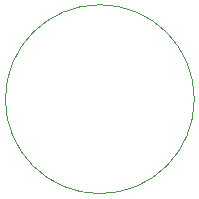
<source format=gm1>
%TF.GenerationSoftware,KiCad,Pcbnew,7.0.6*%
%TF.CreationDate,2023-08-11T19:23:08-02:30*%
%TF.ProjectId,bioin_tacto_bno08x,62696f69-6e5f-4746-9163-746f5f626e6f,rev?*%
%TF.SameCoordinates,Original*%
%TF.FileFunction,Profile,NP*%
%FSLAX46Y46*%
G04 Gerber Fmt 4.6, Leading zero omitted, Abs format (unit mm)*
G04 Created by KiCad (PCBNEW 7.0.6) date 2023-08-11 19:23:08*
%MOMM*%
%LPD*%
G01*
G04 APERTURE LIST*
%TA.AperFunction,Profile*%
%ADD10C,0.100000*%
%TD*%
G04 APERTURE END LIST*
D10*
X138000000Y-70000000D02*
G75*
G03*
X138000000Y-70000000I-8000000J0D01*
G01*
M02*

</source>
